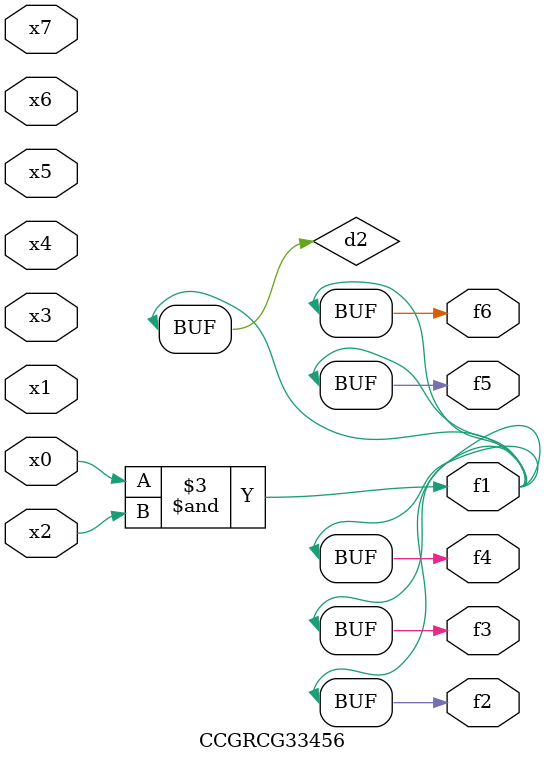
<source format=v>
module CCGRCG33456(
	input x0, x1, x2, x3, x4, x5, x6, x7,
	output f1, f2, f3, f4, f5, f6
);

	wire d1, d2;

	nor (d1, x3, x6);
	and (d2, x0, x2);
	assign f1 = d2;
	assign f2 = d2;
	assign f3 = d2;
	assign f4 = d2;
	assign f5 = d2;
	assign f6 = d2;
endmodule

</source>
